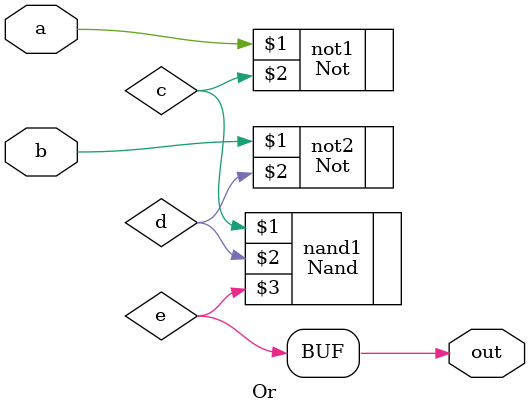
<source format=sv>
module Or(input a, b, output out);
   wire c;
   Not not1(a, c);
   wire d;
   Not not2(b, d);

   wire e;
   Nand nand1(c, d, e);

   assign out = e;
endmodule

</source>
